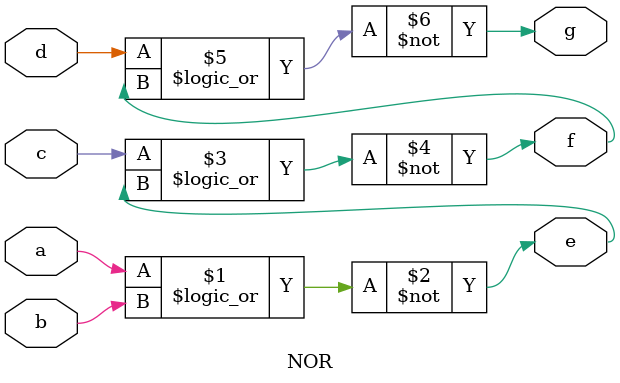
<source format=v>
`timescale 1ns / 1ps

module NOR(
    input a,
    input b,
    input c,
    input d,
    output e,
    output f,
    output g
    );
    
assign e = ~(a||b);
assign f = ~(c||e);
assign g = ~(d||f);
    
endmodule
</source>
